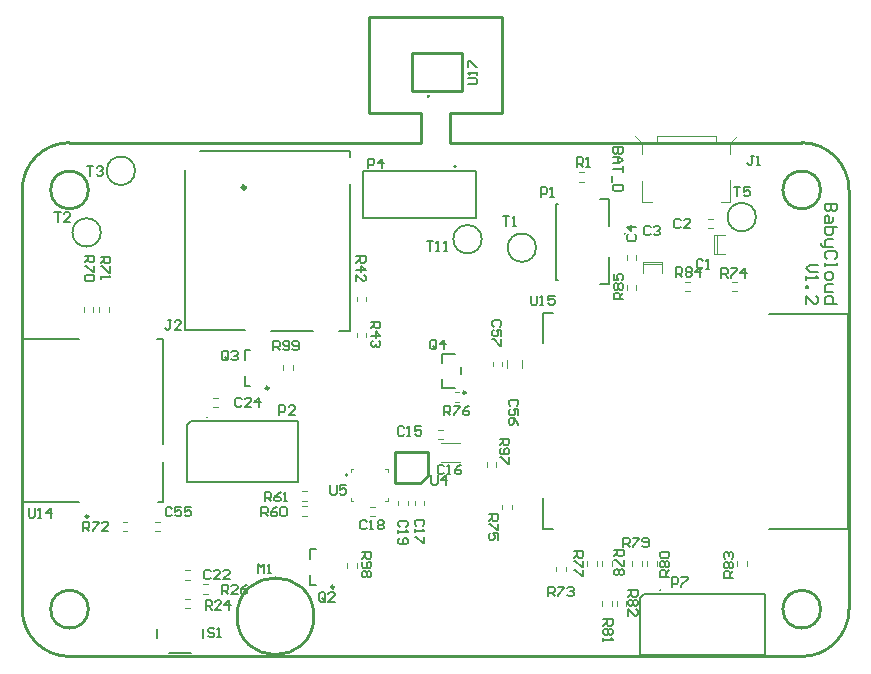
<source format=gto>
G04 Layer_Color=65535*
%FSLAX42Y42*%
%MOMM*%
G71*
G01*
G75*
%ADD49C,0.20*%
%ADD50C,0.25*%
%ADD97C,0.25*%
%ADD98C,0.32*%
%ADD99C,0.10*%
%ADD100C,0.13*%
%ADD101C,0.18*%
%ADD102C,0.15*%
D49*
X5812Y3320D02*
G03*
X5812Y3320I-120J0D01*
G01*
X265Y3190D02*
G03*
X265Y3190I-120J0D01*
G01*
X3490Y3133D02*
G03*
X3490Y3133I-120J0D01*
G01*
X4703Y3180D02*
G03*
X4703Y3180I-5J0D01*
G01*
X2355Y1135D02*
G03*
X2355Y1135I-10J0D01*
G01*
X3950Y3061D02*
G03*
X3950Y3061I-120J0D01*
G01*
X5002Y161D02*
G03*
X5002Y161I-5J0D01*
G01*
X3274Y3749D02*
G03*
X3274Y3749I-8J0D01*
G01*
X1166Y1625D02*
G03*
X1166Y1625I-5J0D01*
G01*
X555Y3712D02*
G03*
X555Y3712I-120J0D01*
G01*
X2040Y428D02*
Y507D01*
X2090D01*
X2040Y208D02*
Y288D01*
Y208D02*
X2090D01*
X1482Y2113D02*
Y2193D01*
X1532D01*
X1482Y1893D02*
Y1973D01*
Y1893D02*
X1532D01*
X4117Y3431D02*
X4137Y3431D01*
X4117Y2786D02*
X4137Y2786D01*
X4117Y3431D02*
X4117Y2786D01*
X4493Y3476D02*
X4570D01*
Y3247D02*
Y3476D01*
Y2751D02*
Y2980D01*
X4493Y2751D02*
X4570D01*
X-391Y2288D02*
X84D01*
X-386Y910D02*
X82D01*
X-391Y915D02*
Y2288D01*
Y915D02*
X-386Y910D01*
X792Y1400D02*
Y1977D01*
Y2020D01*
X744Y2288D02*
X792D01*
Y2020D02*
Y2250D01*
Y2288D01*
Y910D02*
Y1248D01*
X791Y910D02*
X792Y910D01*
X747D02*
X791Y910D01*
X4829Y-390D02*
Y98D01*
Y-390D02*
X5889D01*
Y130D01*
X4861D02*
X5889D01*
X4829Y98D02*
X4861Y130D01*
X5919Y2498D02*
X6589Y2498D01*
X5919Y683D02*
X6589Y683D01*
Y1164D01*
Y2016D02*
Y2498D01*
X4006Y2508D02*
X4096D01*
X4006Y2250D02*
Y2508D01*
X6589Y1164D02*
Y2016D01*
X4006Y680D02*
Y940D01*
Y680D02*
X4096D01*
X993Y1561D02*
X1025Y1594D01*
X1933D01*
Y1074D02*
Y1594D01*
X993Y1074D02*
X1933D01*
X993D02*
Y1561D01*
X6500Y3435D02*
X6400D01*
Y3385D01*
X6417Y3368D01*
X6433D01*
X6450Y3385D01*
Y3435D01*
Y3385D01*
X6467Y3368D01*
X6483D01*
X6500Y3385D01*
Y3435D01*
X6467Y3318D02*
Y3285D01*
X6450Y3268D01*
X6400D01*
Y3318D01*
X6417Y3335D01*
X6433Y3318D01*
Y3268D01*
X6500Y3235D02*
X6400D01*
Y3185D01*
X6417Y3168D01*
X6433D01*
X6450D01*
X6467Y3185D01*
Y3235D01*
Y3135D02*
X6417D01*
X6400Y3118D01*
Y3068D01*
X6383D01*
X6367Y3085D01*
Y3102D01*
X6400Y3068D02*
X6467D01*
X6483Y2968D02*
X6500Y2985D01*
Y3018D01*
X6483Y3035D01*
X6417D01*
X6400Y3018D01*
Y2985D01*
X6417Y2968D01*
X6400Y2935D02*
Y2902D01*
Y2918D01*
X6500D01*
Y2935D01*
X6400Y2835D02*
Y2802D01*
X6417Y2785D01*
X6450D01*
X6467Y2802D01*
Y2835D01*
X6450Y2852D01*
X6417D01*
X6400Y2835D01*
X6467Y2752D02*
X6417D01*
X6400Y2735D01*
Y2685D01*
X6467D01*
X6500Y2585D02*
X6400D01*
Y2635D01*
X6417Y2652D01*
X6450D01*
X6467Y2635D01*
Y2585D01*
X6340Y2918D02*
X6273D01*
X6240Y2885D01*
X6273Y2852D01*
X6340D01*
X6240Y2819D02*
Y2785D01*
Y2802D01*
X6340D01*
X6323Y2819D01*
X6240Y2735D02*
X6257D01*
Y2719D01*
X6240D01*
Y2735D01*
Y2585D02*
Y2652D01*
X6307Y2585D01*
X6323D01*
X6340Y2602D01*
Y2635D01*
X6323Y2652D01*
D50*
X2069Y-60D02*
G03*
X2069Y-60I-325J0D01*
G01*
X159Y785D02*
G03*
X159Y785I-10J0D01*
G01*
X3040Y4343D02*
G03*
X3040Y4343I-5J0D01*
G01*
X2758Y1334D02*
X3034D01*
X2758Y1066D02*
Y1334D01*
X2759Y1065D02*
X2967D01*
X3034Y1132D01*
Y1334D01*
X3324Y4386D02*
Y4713D01*
X2897D02*
X3324D01*
X2897Y4386D02*
X3324D01*
X2897D02*
Y4713D01*
X6360Y0D02*
G03*
X6360Y0I-160J0D01*
G01*
Y3550D02*
G03*
X6360Y3550I-160J0D01*
G01*
X160D02*
G03*
X160Y3550I-160J0D01*
G01*
Y0D02*
G03*
X160Y0I-160J0D01*
G01*
X6600Y3550D02*
G03*
X6200Y3950I-400J0D01*
G01*
X0D02*
G03*
X-400Y3550I0J-400D01*
G01*
Y0D02*
G03*
X0Y-400I400J0D01*
G01*
X6200D02*
G03*
X6600Y0I0J400D01*
G01*
X5350Y3950D02*
X5600D01*
X3225D02*
X5350D01*
X5350D02*
X5350Y3950D01*
X2974Y4199D02*
X2975D01*
X2974Y4200D02*
X2974Y4199D01*
X2541Y4200D02*
X2974D01*
X2975Y3950D02*
Y4199D01*
X2975Y3950D02*
X2975Y3950D01*
X5600D02*
X6200D01*
X600Y3950D02*
X2975D01*
X0Y3950D02*
X600Y3950D01*
X6600Y0D02*
Y3550D01*
X-400Y0D02*
Y3550D01*
X0Y-400D02*
X6200D01*
X3225Y3950D02*
Y4200D01*
X2540Y4199D02*
Y5015D01*
X3660D01*
Y4200D02*
Y5015D01*
X3225Y4200D02*
X3660D01*
X2541Y4200D02*
X2541Y4200D01*
D97*
X2242Y188D02*
G03*
X2242Y188I-12J0D01*
G01*
X1685Y1873D02*
G03*
X1685Y1873I-12J0D01*
G01*
X3353Y1833D02*
G03*
X3353Y1833I-10J0D01*
G01*
D98*
X1491Y3572D02*
G03*
X1491Y3572I-15J0D01*
G01*
D99*
X1810Y2025D02*
Y2065D01*
X1890Y2025D02*
Y2065D01*
X2352Y350D02*
Y390D01*
X2433Y350D02*
Y390D01*
X1967Y873D02*
X2008D01*
X1967Y793D02*
X2008D01*
X1967Y998D02*
X2008D01*
X1967Y918D02*
X2008D01*
X3613Y1206D02*
Y1245D01*
X3533Y1206D02*
Y1245D01*
X1132Y212D02*
X1173D01*
X1132Y133D02*
X1173D01*
X4315Y3621D02*
X4355D01*
X4315Y3701D02*
X4355D01*
X2673Y919D02*
X2693D01*
X2693Y939D01*
X2693Y1163D02*
Y1183D01*
X2673Y1183D02*
X2693Y1183D01*
X2380Y919D02*
Y939D01*
Y919D02*
X2400Y919D01*
X2380Y1163D02*
X2380Y1183D01*
X2400D01*
X4717Y2705D02*
Y2745D01*
X4797Y2705D02*
Y2745D01*
X5215Y2690D02*
X5255D01*
X5215Y2770D02*
X5255D01*
X5654Y365D02*
Y405D01*
X5734Y365D02*
Y405D01*
X4715Y29D02*
Y69D01*
X4635Y29D02*
Y69D01*
X4591Y29D02*
Y69D01*
X4511Y29D02*
Y69D01*
X4892Y367D02*
Y407D01*
X4972Y367D02*
Y407D01*
X4765Y367D02*
Y407D01*
X4845Y367D02*
Y407D01*
X4512Y367D02*
Y407D01*
X4592Y367D02*
Y407D01*
X4385Y367D02*
Y407D01*
X4465Y367D02*
Y407D01*
X3260Y1835D02*
X3300D01*
X3260Y1755D02*
X3300D01*
X5613Y2690D02*
X5653D01*
X5613Y2770D02*
X5653D01*
X4203Y320D02*
Y360D01*
X4122Y320D02*
Y360D01*
X449Y660D02*
X489D01*
X449Y740D02*
X489D01*
X203Y2520D02*
Y2560D01*
X123Y2520D02*
Y2560D01*
X2431Y2302D02*
Y2342D01*
X2511Y2302D02*
Y2342D01*
X2511Y2607D02*
Y2647D01*
X2431Y2607D02*
Y2647D01*
X980Y10D02*
X1020D01*
X980Y90D02*
X1020D01*
X4851Y3446D02*
X4931D01*
X5516D02*
X5591D01*
X4851Y3858D02*
Y3946D01*
X5591Y3858D02*
Y3946D01*
X4971Y4006D02*
X5471D01*
Y3946D02*
X5588D01*
X5471D02*
Y4006D01*
X4971Y3946D02*
Y4006D01*
X4851Y3946D02*
X5591D01*
X4851Y3446D02*
Y3628D01*
X5591Y3446D02*
Y3630D01*
X5591Y3946D02*
X5592D01*
X5651Y4005D01*
X4851Y3946D02*
X4851D01*
X4791Y4005D02*
X4851Y3946D01*
X3586Y2056D02*
Y2096D01*
X3666Y2056D02*
Y2096D01*
X3829Y2046D02*
Y2106D01*
X3703Y2046D02*
Y2106D01*
X725Y660D02*
X765D01*
X725Y740D02*
X765D01*
X1218Y1708D02*
X1258D01*
X1218Y1788D02*
X1258D01*
X980Y329D02*
X1020D01*
X980Y249D02*
X1020D01*
X2865Y880D02*
Y920D01*
X2785Y880D02*
Y920D01*
X2542Y865D02*
X2583D01*
X2542Y785D02*
X2583D01*
X2923Y880D02*
Y920D01*
X3002Y880D02*
Y920D01*
X3148Y1250D02*
X3308D01*
X3148Y1410D02*
X3308D01*
X3120Y1520D02*
X3160D01*
X3120Y1440D02*
X3160D01*
X4798Y2957D02*
Y2997D01*
X4718Y2957D02*
Y2997D01*
X4853Y2919D02*
X5012D01*
X4853Y2943D02*
X5013D01*
X4853Y2849D02*
Y2943D01*
X5013Y2849D02*
Y2943D01*
X5406Y3305D02*
X5446D01*
X5406Y3225D02*
X5446D01*
X5483Y3005D02*
Y3165D01*
X5459Y3005D02*
Y3165D01*
Y3005D02*
X5553D01*
X5459Y3165D02*
X5553D01*
X3665Y845D02*
Y885D01*
X3745Y845D02*
Y885D01*
X331Y2520D02*
Y2560D01*
X251Y2520D02*
Y2560D01*
D100*
X740Y-246D02*
Y-165D01*
X845Y-370D02*
X1025D01*
X740Y-165D02*
X744D01*
X1131Y-246D02*
Y-165D01*
X1127D02*
X1131D01*
X1101Y3880D02*
X2374D01*
X974Y2360D02*
Y3722D01*
X2376Y2362D02*
Y3602D01*
X2374Y3829D02*
Y3880D01*
X974Y2360D02*
X1489D01*
X1709Y2357D02*
X2061D01*
X2279D02*
X2371D01*
D101*
X2487Y3309D02*
X3441D01*
X2487D02*
Y3709D01*
X3441D01*
Y3309D02*
Y3709D01*
D102*
X3155Y1873D02*
X3155Y1952D01*
X3155Y2085D02*
Y2162D01*
Y1873D02*
X3260D01*
X3155Y2162D02*
X3262D01*
X3315Y1988D02*
Y2048D01*
X1655Y912D02*
Y992D01*
X1695D01*
X1708Y979D01*
Y952D01*
X1695Y939D01*
X1655D01*
X1682D02*
X1708Y912D01*
X1788Y992D02*
X1762Y979D01*
X1735Y952D01*
Y926D01*
X1748Y912D01*
X1775D01*
X1788Y926D01*
Y939D01*
X1775Y952D01*
X1735D01*
X1815Y912D02*
X1842D01*
X1828D01*
Y992D01*
X1815Y979D01*
X1625Y788D02*
Y867D01*
X1665D01*
X1678Y854D01*
Y827D01*
X1665Y814D01*
X1625D01*
X1652D02*
X1678Y788D01*
X1758Y867D02*
X1732Y854D01*
X1705Y827D01*
Y801D01*
X1718Y788D01*
X1745D01*
X1758Y801D01*
Y814D01*
X1745Y827D01*
X1705D01*
X1785Y854D02*
X1798Y867D01*
X1825D01*
X1838Y854D01*
Y801D01*
X1825Y788D01*
X1798D01*
X1785Y801D01*
Y854D01*
X863Y2447D02*
X837D01*
X850D01*
Y2381D01*
X837Y2367D01*
X823D01*
X810Y2381D01*
X943Y2367D02*
X890D01*
X943Y2421D01*
Y2434D01*
X930Y2447D01*
X903D01*
X890Y2434D01*
X-127Y3360D02*
X-74D01*
X-101D01*
Y3280D01*
X6D02*
X-48D01*
X6Y3333D01*
Y3347D01*
X-8Y3360D01*
X-34D01*
X-48Y3347D01*
X150Y3752D02*
X203D01*
X177D01*
Y3672D01*
X230Y3739D02*
X243Y3752D01*
X270D01*
X283Y3739D01*
Y3726D01*
X270Y3712D01*
X257D01*
X270D01*
X283Y3699D01*
Y3686D01*
X270Y3672D01*
X243D01*
X230Y3686D01*
X5628Y3575D02*
X5681D01*
X5654D01*
Y3495D01*
X5761Y3575D02*
X5707D01*
Y3535D01*
X5734Y3548D01*
X5747D01*
X5761Y3535D01*
Y3508D01*
X5747Y3495D01*
X5721D01*
X5707Y3508D01*
X3025Y3115D02*
X3078D01*
X3052D01*
Y3035D01*
X3105D02*
X3132D01*
X3118D01*
Y3115D01*
X3105Y3102D01*
X3172Y3035D02*
X3198D01*
X3185D01*
Y3115D01*
X3172Y3102D01*
X2529Y3736D02*
Y3816D01*
X2569D01*
X2582Y3803D01*
Y3776D01*
X2569Y3763D01*
X2529D01*
X2649Y3736D02*
Y3816D01*
X2609Y3776D01*
X2662D01*
X3992Y3493D02*
Y3573D01*
X4032D01*
X4045Y3559D01*
Y3533D01*
X4032Y3519D01*
X3992D01*
X4072Y3493D02*
X4099D01*
X4085D01*
Y3573D01*
X4072Y3559D01*
X1226Y-171D02*
X1212Y-158D01*
X1186D01*
X1173Y-171D01*
Y-184D01*
X1186Y-198D01*
X1212D01*
X1226Y-211D01*
Y-224D01*
X1212Y-238D01*
X1186D01*
X1173Y-224D01*
X1252Y-238D02*
X1279D01*
X1266D01*
Y-158D01*
X1252Y-171D01*
X1598Y303D02*
Y382D01*
X1624Y356D01*
X1651Y382D01*
Y303D01*
X1677D02*
X1704D01*
X1691D01*
Y382D01*
X1677Y369D01*
X-345Y855D02*
Y788D01*
X-332Y775D01*
X-305D01*
X-292Y788D01*
Y855D01*
X-265Y775D02*
X-238D01*
X-252D01*
Y855D01*
X-265Y842D01*
X-158Y775D02*
Y855D01*
X-198Y815D01*
X-145D01*
X2208Y1050D02*
Y983D01*
X2221Y970D01*
X2247D01*
X2261Y983D01*
Y1050D01*
X2341D02*
X2287D01*
Y1010D01*
X2314Y1023D01*
X2327D01*
X2341Y1010D01*
Y983D01*
X2327Y970D01*
X2301D01*
X2287Y983D01*
X3065Y1135D02*
Y1068D01*
X3078Y1055D01*
X3105D01*
X3118Y1068D01*
Y1135D01*
X3185Y1055D02*
Y1135D01*
X3145Y1095D01*
X3198D01*
X3671Y3326D02*
X3725D01*
X3698D01*
Y3246D01*
X3751D02*
X3778D01*
X3765D01*
Y3326D01*
X3751Y3313D01*
X4688Y2625D02*
X4608D01*
Y2665D01*
X4621Y2678D01*
X4648D01*
X4661Y2665D01*
Y2625D01*
Y2652D02*
X4688Y2678D01*
X4621Y2705D02*
X4608Y2718D01*
Y2745D01*
X4621Y2758D01*
X4634D01*
X4648Y2745D01*
X4661Y2758D01*
X4674D01*
X4688Y2745D01*
Y2718D01*
X4674Y2705D01*
X4661D01*
X4648Y2718D01*
X4634Y2705D01*
X4621D01*
X4648Y2718D02*
Y2745D01*
X4608Y2838D02*
Y2785D01*
X4648D01*
X4634Y2812D01*
Y2825D01*
X4648Y2838D01*
X4674D01*
X4688Y2825D01*
Y2798D01*
X4674Y2785D01*
X5136Y2814D02*
Y2894D01*
X5176D01*
X5190Y2880D01*
Y2854D01*
X5176Y2840D01*
X5136D01*
X5163D02*
X5190Y2814D01*
X5216Y2880D02*
X5230Y2894D01*
X5256D01*
X5270Y2880D01*
Y2867D01*
X5256Y2854D01*
X5270Y2840D01*
Y2827D01*
X5256Y2814D01*
X5230D01*
X5216Y2827D01*
Y2840D01*
X5230Y2854D01*
X5216Y2867D01*
Y2880D01*
X5230Y2854D02*
X5256D01*
X5336Y2814D02*
Y2894D01*
X5296Y2854D01*
X5350D01*
X5620Y267D02*
X5540D01*
Y307D01*
X5553Y321D01*
X5580D01*
X5593Y307D01*
Y267D01*
Y294D02*
X5620Y321D01*
X5553Y347D02*
X5540Y361D01*
Y387D01*
X5553Y401D01*
X5567D01*
X5580Y387D01*
X5593Y401D01*
X5607D01*
X5620Y387D01*
Y361D01*
X5607Y347D01*
X5593D01*
X5580Y361D01*
X5567Y347D01*
X5553D01*
X5580Y361D02*
Y387D01*
X5553Y427D02*
X5540Y441D01*
Y467D01*
X5553Y481D01*
X5567D01*
X5580Y467D01*
Y454D01*
Y467D01*
X5593Y481D01*
X5607D01*
X5620Y467D01*
Y441D01*
X5607Y427D01*
X4731Y159D02*
X4811D01*
Y119D01*
X4798Y106D01*
X4771D01*
X4758Y119D01*
Y159D01*
Y133D02*
X4731Y106D01*
X4798Y80D02*
X4811Y66D01*
Y40D01*
X4798Y26D01*
X4785D01*
X4771Y40D01*
X4758Y26D01*
X4745D01*
X4731Y40D01*
Y66D01*
X4745Y80D01*
X4758D01*
X4771Y66D01*
X4785Y80D01*
X4798D01*
X4771Y66D02*
Y40D01*
X4731Y-54D02*
Y-0D01*
X4785Y-54D01*
X4798D01*
X4811Y-40D01*
Y-14D01*
X4798Y-0D01*
X4520Y-85D02*
X4600D01*
Y-125D01*
X4587Y-138D01*
X4560D01*
X4547Y-125D01*
Y-85D01*
Y-112D02*
X4520Y-138D01*
X4587Y-165D02*
X4600Y-178D01*
Y-205D01*
X4587Y-218D01*
X4573D01*
X4560Y-205D01*
X4547Y-218D01*
X4533D01*
X4520Y-205D01*
Y-178D01*
X4533Y-165D01*
X4547D01*
X4560Y-178D01*
X4573Y-165D01*
X4587D01*
X4560Y-178D02*
Y-205D01*
X4520Y-245D02*
Y-272D01*
Y-258D01*
X4600D01*
X4587Y-245D01*
X5078Y275D02*
X4998D01*
Y315D01*
X5011Y328D01*
X5038D01*
X5051Y315D01*
Y275D01*
Y302D02*
X5078Y328D01*
X5011Y355D02*
X4998Y368D01*
Y395D01*
X5011Y408D01*
X5024D01*
X5038Y395D01*
X5051Y408D01*
X5064D01*
X5078Y395D01*
Y368D01*
X5064Y355D01*
X5051D01*
X5038Y368D01*
X5024Y355D01*
X5011D01*
X5038Y368D02*
Y395D01*
X5011Y435D02*
X4998Y448D01*
Y475D01*
X5011Y488D01*
X5064D01*
X5078Y475D01*
Y448D01*
X5064Y435D01*
X5011D01*
X4690Y525D02*
Y605D01*
X4730D01*
X4743Y592D01*
Y565D01*
X4730Y552D01*
X4690D01*
X4717D02*
X4743Y525D01*
X4770Y605D02*
X4823D01*
Y592D01*
X4770Y538D01*
Y525D01*
X4850Y538D02*
X4863Y525D01*
X4890D01*
X4903Y538D01*
Y592D01*
X4890Y605D01*
X4863D01*
X4850Y592D01*
Y578D01*
X4863Y565D01*
X4903D01*
X4612Y500D02*
X4692D01*
Y460D01*
X4679Y447D01*
X4652D01*
X4639Y460D01*
Y500D01*
Y473D02*
X4612Y447D01*
X4692Y420D02*
Y367D01*
X4679D01*
X4626Y420D01*
X4612D01*
X4679Y340D02*
X4692Y327D01*
Y300D01*
X4679Y287D01*
X4666D01*
X4652Y300D01*
X4639Y287D01*
X4626D01*
X4612Y300D01*
Y327D01*
X4626Y340D01*
X4639D01*
X4652Y327D01*
X4666Y340D01*
X4679D01*
X4652Y327D02*
Y300D01*
X4271Y490D02*
X4350D01*
Y450D01*
X4337Y437D01*
X4310D01*
X4297Y450D01*
Y490D01*
Y463D02*
X4271Y437D01*
X4350Y410D02*
Y357D01*
X4337D01*
X4284Y410D01*
X4271D01*
X4350Y330D02*
Y277D01*
X4337D01*
X4284Y330D01*
X4271D01*
X3173Y1642D02*
Y1722D01*
X3212D01*
X3226Y1709D01*
Y1682D01*
X3212Y1669D01*
X3173D01*
X3199D02*
X3226Y1642D01*
X3252Y1722D02*
X3306D01*
Y1709D01*
X3252Y1656D01*
Y1642D01*
X3386Y1722D02*
X3359Y1709D01*
X3332Y1682D01*
Y1656D01*
X3346Y1642D01*
X3372D01*
X3386Y1656D01*
Y1669D01*
X3372Y1682D01*
X3332D01*
X5520Y2808D02*
Y2887D01*
X5560D01*
X5573Y2874D01*
Y2847D01*
X5560Y2834D01*
X5520D01*
X5547D02*
X5573Y2808D01*
X5600Y2887D02*
X5653D01*
Y2874D01*
X5600Y2821D01*
Y2808D01*
X5720D02*
Y2887D01*
X5680Y2847D01*
X5733D01*
X4055Y110D02*
Y190D01*
X4095D01*
X4108Y177D01*
Y150D01*
X4095Y137D01*
X4055D01*
X4082D02*
X4108Y110D01*
X4135Y190D02*
X4188D01*
Y177D01*
X4135Y123D01*
Y110D01*
X4215Y177D02*
X4228Y190D01*
X4255D01*
X4268Y177D01*
Y163D01*
X4255Y150D01*
X4242D01*
X4255D01*
X4268Y137D01*
Y123D01*
X4255Y110D01*
X4228D01*
X4215Y123D01*
X115Y660D02*
Y740D01*
X155D01*
X168Y727D01*
Y700D01*
X155Y687D01*
X115D01*
X142D02*
X168Y660D01*
X195Y740D02*
X248D01*
Y727D01*
X195Y673D01*
Y660D01*
X328D02*
X275D01*
X328Y713D01*
Y727D01*
X315Y740D01*
X288D01*
X275Y727D01*
X130Y2990D02*
X210D01*
Y2950D01*
X197Y2937D01*
X170D01*
X157Y2950D01*
Y2990D01*
Y2963D02*
X130Y2937D01*
X210Y2910D02*
Y2857D01*
X197D01*
X143Y2910D01*
X130D01*
X197Y2830D02*
X210Y2817D01*
Y2790D01*
X197Y2777D01*
X143D01*
X130Y2790D01*
Y2817D01*
X143Y2830D01*
X197D01*
X2552Y2433D02*
X2632D01*
Y2393D01*
X2619Y2379D01*
X2592D01*
X2579Y2393D01*
Y2433D01*
Y2406D02*
X2552Y2379D01*
Y2313D02*
X2632D01*
X2592Y2353D01*
Y2299D01*
X2619Y2273D02*
X2632Y2259D01*
Y2233D01*
X2619Y2219D01*
X2606D01*
X2592Y2233D01*
Y2246D01*
Y2233D01*
X2579Y2219D01*
X2566D01*
X2552Y2233D01*
Y2259D01*
X2566Y2273D01*
X2430Y2989D02*
X2510D01*
Y2949D01*
X2497Y2935D01*
X2470D01*
X2457Y2949D01*
Y2989D01*
Y2962D02*
X2430Y2935D01*
Y2869D02*
X2510D01*
X2470Y2909D01*
Y2855D01*
X2430Y2775D02*
Y2829D01*
X2483Y2775D01*
X2497D01*
X2510Y2789D01*
Y2815D01*
X2497Y2829D01*
X1290Y127D02*
Y207D01*
X1330D01*
X1343Y194D01*
Y167D01*
X1330Y154D01*
X1290D01*
X1317D02*
X1343Y127D01*
X1423D02*
X1370D01*
X1423Y181D01*
Y194D01*
X1410Y207D01*
X1383D01*
X1370Y194D01*
X1503Y207D02*
X1477Y194D01*
X1450Y167D01*
Y141D01*
X1463Y127D01*
X1490D01*
X1503Y141D01*
Y154D01*
X1490Y167D01*
X1450D01*
X1152Y-3D02*
Y77D01*
X1192D01*
X1206Y64D01*
Y37D01*
X1192Y24D01*
X1152D01*
X1179D02*
X1206Y-3D01*
X1286D02*
X1232D01*
X1286Y51D01*
Y64D01*
X1272Y77D01*
X1246D01*
X1232Y64D01*
X1352Y-3D02*
Y77D01*
X1312Y37D01*
X1366D01*
X4297Y3746D02*
Y3826D01*
X4337D01*
X4351Y3813D01*
Y3786D01*
X4337Y3773D01*
X4297D01*
X4324D02*
X4351Y3746D01*
X4377D02*
X4404D01*
X4391D01*
Y3826D01*
X4377Y3813D01*
X3106Y2215D02*
Y2269D01*
X3093Y2282D01*
X3066D01*
X3053Y2269D01*
Y2215D01*
X3066Y2202D01*
X3093D01*
X3079Y2229D02*
X3106Y2202D01*
X3093D02*
X3106Y2215D01*
X3173Y2202D02*
Y2282D01*
X3133Y2242D01*
X3186D01*
X5793Y3841D02*
X5767D01*
X5780D01*
Y3775D01*
X5767Y3761D01*
X5753D01*
X5740Y3775D01*
X5820Y3761D02*
X5847D01*
X5833D01*
Y3841D01*
X5820Y3828D01*
X3644Y2392D02*
X3657Y2405D01*
Y2432D01*
X3644Y2445D01*
X3591D01*
X3578Y2432D01*
Y2405D01*
X3591Y2392D01*
X3657Y2312D02*
Y2365D01*
X3617D01*
X3631Y2338D01*
Y2325D01*
X3617Y2312D01*
X3591D01*
X3578Y2325D01*
Y2352D01*
X3591Y2365D01*
X3657Y2285D02*
Y2232D01*
X3644D01*
X3591Y2285D01*
X3578D01*
X3787Y1722D02*
X3800Y1735D01*
Y1762D01*
X3787Y1775D01*
X3733D01*
X3720Y1762D01*
Y1735D01*
X3733Y1722D01*
X3800Y1642D02*
Y1695D01*
X3760D01*
X3773Y1668D01*
Y1655D01*
X3760Y1642D01*
X3733D01*
X3720Y1655D01*
Y1682D01*
X3733Y1695D01*
X3800Y1562D02*
X3787Y1588D01*
X3760Y1615D01*
X3733D01*
X3720Y1602D01*
Y1575D01*
X3733Y1562D01*
X3747D01*
X3760Y1575D01*
Y1615D01*
X868Y852D02*
X855Y865D01*
X828D01*
X815Y852D01*
Y798D01*
X828Y785D01*
X855D01*
X868Y798D01*
X948Y865D02*
X895D01*
Y825D01*
X922Y838D01*
X935D01*
X948Y825D01*
Y798D01*
X935Y785D01*
X908D01*
X895Y798D01*
X1028Y865D02*
X975D01*
Y825D01*
X1002Y838D01*
X1015D01*
X1028Y825D01*
Y798D01*
X1015Y785D01*
X988D01*
X975Y798D01*
X1458Y1779D02*
X1445Y1792D01*
X1418D01*
X1405Y1779D01*
Y1726D01*
X1418Y1712D01*
X1445D01*
X1458Y1726D01*
X1538Y1712D02*
X1485D01*
X1538Y1766D01*
Y1779D01*
X1525Y1792D01*
X1498D01*
X1485Y1779D01*
X1605Y1712D02*
Y1792D01*
X1565Y1752D01*
X1618D01*
X1195Y320D02*
X1181Y334D01*
X1155D01*
X1141Y320D01*
Y267D01*
X1155Y254D01*
X1181D01*
X1195Y267D01*
X1275Y254D02*
X1221D01*
X1275Y307D01*
Y320D01*
X1261Y334D01*
X1235D01*
X1221Y320D01*
X1355Y254D02*
X1301D01*
X1355Y307D01*
Y320D01*
X1341Y334D01*
X1315D01*
X1301Y320D01*
X2849Y697D02*
X2862Y710D01*
Y737D01*
X2849Y750D01*
X2796D01*
X2783Y737D01*
Y710D01*
X2796Y697D01*
X2783Y670D02*
Y643D01*
Y657D01*
X2862D01*
X2849Y670D01*
X2796Y603D02*
X2783Y590D01*
Y563D01*
X2796Y550D01*
X2849D01*
X2862Y563D01*
Y590D01*
X2849Y603D01*
X2836D01*
X2822Y590D01*
Y550D01*
X2516Y742D02*
X2502Y755D01*
X2476D01*
X2462Y742D01*
Y688D01*
X2476Y675D01*
X2502D01*
X2516Y688D01*
X2542Y675D02*
X2569D01*
X2556D01*
Y755D01*
X2542Y742D01*
X2609D02*
X2622Y755D01*
X2649D01*
X2662Y742D01*
Y728D01*
X2649Y715D01*
X2662Y702D01*
Y688D01*
X2649Y675D01*
X2622D01*
X2609Y688D01*
Y702D01*
X2622Y715D01*
X2609Y728D01*
Y742D01*
X2622Y715D02*
X2649D01*
X2989Y704D02*
X3002Y718D01*
Y744D01*
X2989Y757D01*
X2936D01*
X2923Y744D01*
Y718D01*
X2936Y704D01*
X2923Y678D02*
Y651D01*
Y664D01*
X3002D01*
X2989Y678D01*
X3002Y611D02*
Y558D01*
X2989D01*
X2936Y611D01*
X2923D01*
X3171Y1209D02*
X3157Y1222D01*
X3131D01*
X3117Y1209D01*
Y1156D01*
X3131Y1143D01*
X3157D01*
X3171Y1156D01*
X3197Y1143D02*
X3224D01*
X3211D01*
Y1222D01*
X3197Y1209D01*
X3317Y1222D02*
X3291Y1209D01*
X3264Y1182D01*
Y1156D01*
X3277Y1143D01*
X3304D01*
X3317Y1156D01*
Y1169D01*
X3304Y1182D01*
X3264D01*
X2833Y1534D02*
X2820Y1547D01*
X2793D01*
X2780Y1534D01*
Y1481D01*
X2793Y1468D01*
X2820D01*
X2833Y1481D01*
X2860Y1468D02*
X2887D01*
X2873D01*
Y1547D01*
X2860Y1534D01*
X2980Y1547D02*
X2927D01*
Y1507D01*
X2953Y1521D01*
X2967D01*
X2980Y1507D01*
Y1481D01*
X2967Y1468D01*
X2940D01*
X2927Y1481D01*
X4731Y3173D02*
X4718Y3160D01*
Y3133D01*
X4731Y3120D01*
X4784D01*
X4797Y3133D01*
Y3160D01*
X4784Y3173D01*
X4797Y3240D02*
X4718D01*
X4758Y3200D01*
Y3253D01*
X4920Y3233D02*
X4907Y3246D01*
X4880D01*
X4867Y3233D01*
Y3180D01*
X4880Y3167D01*
X4907D01*
X4920Y3180D01*
X4947Y3233D02*
X4960Y3246D01*
X4987D01*
X5000Y3233D01*
Y3220D01*
X4987Y3206D01*
X4973D01*
X4987D01*
X5000Y3193D01*
Y3180D01*
X4987Y3167D01*
X4960D01*
X4947Y3180D01*
X5176Y3292D02*
X5162Y3305D01*
X5136D01*
X5122Y3292D01*
Y3238D01*
X5136Y3225D01*
X5162D01*
X5176Y3238D01*
X5256Y3225D02*
X5202D01*
X5256Y3278D01*
Y3292D01*
X5242Y3305D01*
X5216D01*
X5202Y3292D01*
X5363Y2949D02*
X5350Y2962D01*
X5323D01*
X5310Y2949D01*
Y2896D01*
X5323Y2883D01*
X5350D01*
X5363Y2896D01*
X5390Y2883D02*
X5417D01*
X5403D01*
Y2962D01*
X5390Y2949D01*
X5101Y190D02*
Y270D01*
X5141D01*
X5155Y257D01*
Y230D01*
X5141Y217D01*
X5101D01*
X5181Y270D02*
X5235D01*
Y257D01*
X5181Y203D01*
Y190D01*
X1775Y1645D02*
Y1725D01*
X1815D01*
X1828Y1712D01*
Y1685D01*
X1815Y1672D01*
X1775D01*
X1908Y1645D02*
X1855D01*
X1908Y1698D01*
Y1712D01*
X1895Y1725D01*
X1868D01*
X1855Y1712D01*
X3550Y802D02*
X3630D01*
Y763D01*
X3617Y749D01*
X3590D01*
X3577Y763D01*
Y802D01*
Y776D02*
X3550Y749D01*
X3630Y723D02*
Y669D01*
X3617D01*
X3563Y723D01*
X3550D01*
X3630Y589D02*
Y643D01*
X3590D01*
X3603Y616D01*
Y603D01*
X3590Y589D01*
X3563D01*
X3550Y603D01*
Y629D01*
X3563Y643D01*
X3642Y1445D02*
X3722D01*
Y1405D01*
X3709Y1392D01*
X3682D01*
X3669Y1405D01*
Y1445D01*
Y1418D02*
X3642Y1392D01*
X3656Y1365D02*
X3642Y1352D01*
Y1325D01*
X3656Y1312D01*
X3709D01*
X3722Y1325D01*
Y1352D01*
X3709Y1365D01*
X3696D01*
X3682Y1352D01*
Y1312D01*
X3722Y1285D02*
Y1232D01*
X3709D01*
X3656Y1285D01*
X3642D01*
X3907Y2656D02*
Y2589D01*
X3920Y2576D01*
X3947D01*
X3960Y2589D01*
Y2656D01*
X3987Y2576D02*
X4013D01*
X4000D01*
Y2656D01*
X3987Y2643D01*
X4107Y2656D02*
X4053D01*
Y2616D01*
X4080Y2629D01*
X4093D01*
X4107Y2616D01*
Y2589D01*
X4093Y2576D01*
X4067D01*
X4053Y2589D01*
X265Y2983D02*
X345D01*
Y2943D01*
X332Y2929D01*
X305D01*
X292Y2943D01*
Y2983D01*
Y2956D02*
X265Y2929D01*
X345Y2903D02*
Y2849D01*
X332D01*
X278Y2903D01*
X265D01*
Y2823D02*
Y2796D01*
Y2809D01*
X345D01*
X332Y2823D01*
X1727Y2192D02*
Y2272D01*
X1767D01*
X1781Y2259D01*
Y2232D01*
X1767Y2219D01*
X1727D01*
X1754D02*
X1781Y2192D01*
X1807Y2206D02*
X1821Y2192D01*
X1847D01*
X1861Y2206D01*
Y2259D01*
X1847Y2272D01*
X1821D01*
X1807Y2259D01*
Y2246D01*
X1821Y2232D01*
X1861D01*
X1887Y2206D02*
X1901Y2192D01*
X1927D01*
X1941Y2206D01*
Y2259D01*
X1927Y2272D01*
X1901D01*
X1887Y2259D01*
Y2246D01*
X1901Y2232D01*
X1941D01*
X2475Y482D02*
X2555D01*
Y443D01*
X2542Y429D01*
X2515D01*
X2502Y443D01*
Y482D01*
Y456D02*
X2475Y429D01*
X2488Y403D02*
X2475Y389D01*
Y363D01*
X2488Y349D01*
X2542D01*
X2555Y363D01*
Y389D01*
X2542Y403D01*
X2528D01*
X2515Y389D01*
Y349D01*
X2542Y323D02*
X2555Y309D01*
Y283D01*
X2542Y269D01*
X2528D01*
X2515Y283D01*
X2502Y269D01*
X2488D01*
X2475Y283D01*
Y309D01*
X2488Y323D01*
X2502D01*
X2515Y309D01*
X2528Y323D01*
X2542D01*
X2515Y309D02*
Y283D01*
X2166Y78D02*
Y132D01*
X2152Y145D01*
X2126D01*
X2112Y132D01*
Y78D01*
X2126Y65D01*
X2152D01*
X2139Y92D02*
X2166Y65D01*
X2152D02*
X2166Y78D01*
X2246Y65D02*
X2192D01*
X2246Y118D01*
Y132D01*
X2232Y145D01*
X2206D01*
X2192Y132D01*
X1343Y2121D02*
Y2174D01*
X1330Y2187D01*
X1303D01*
X1290Y2174D01*
Y2121D01*
X1303Y2108D01*
X1330D01*
X1317Y2134D02*
X1343Y2108D01*
X1330D02*
X1343Y2121D01*
X1370Y2174D02*
X1383Y2187D01*
X1410D01*
X1423Y2174D01*
Y2161D01*
X1410Y2147D01*
X1397D01*
X1410D01*
X1423Y2134D01*
Y2121D01*
X1410Y2108D01*
X1383D01*
X1370Y2121D01*
X3373Y4443D02*
X3440D01*
X3453Y4456D01*
Y4483D01*
X3440Y4496D01*
X3373D01*
X3453Y4523D02*
Y4550D01*
Y4536D01*
X3373D01*
X3387Y4523D01*
X3373Y4590D02*
Y4643D01*
X3387D01*
X3440Y4590D01*
X3453D01*
X4683Y3911D02*
X4603D01*
Y3871D01*
X4616Y3858D01*
X4630D01*
X4643Y3871D01*
Y3911D01*
Y3871D01*
X4656Y3858D01*
X4670D01*
X4683Y3871D01*
Y3911D01*
X4603Y3831D02*
X4656D01*
X4683Y3805D01*
X4656Y3778D01*
X4603D01*
X4643D01*
Y3831D01*
X4683Y3751D02*
Y3698D01*
Y3725D01*
X4603D01*
X4590Y3671D02*
Y3618D01*
X4683Y3591D02*
X4603D01*
Y3551D01*
X4616Y3538D01*
X4670D01*
X4683Y3551D01*
Y3591D01*
M02*

</source>
